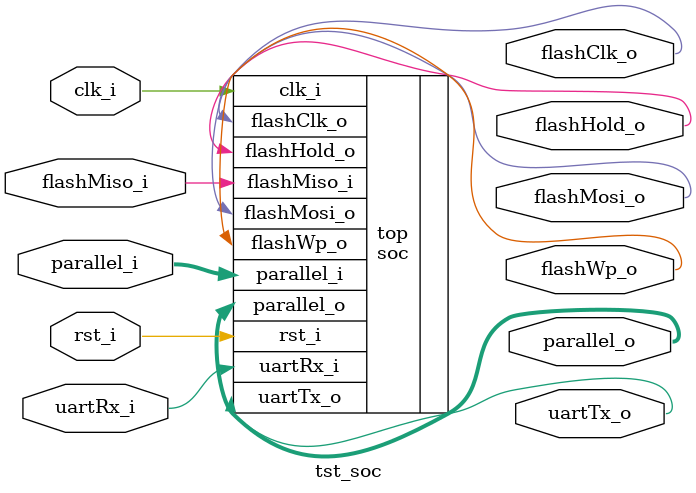
<source format=v>
`timescale 1ns/1ns

module tst_soc (
    input rst_i,
    input clk_i,
    input [31:0] parallel_i,
    output [31:0] parallel_o,
    output flashClk_o,
    output flashMosi_o,
    input flashMiso_i,
    output flashWp_o,
    output flashHold_o,
    output uartTx_o,
    input uartRx_i
);

soc top(
    .rst_i(rst_i),
    .clk_i(clk_i),
    .parallel_i(parallel_i),
    .parallel_o(parallel_o),
    .flashClk_o(flashClk_o),
    .flashMosi_o(flashMosi_o),
    .flashMiso_i(flashMiso_i),
    .flashWp_o(flashWp_o),
    .flashHold_o(flashHold_o),
    .uartTx_o(uartTx_o),
    .uartRx_i(uartRx_i)
);

initial begin
    $dumpfile("logs/vlt_dump.vcd");
    $dumpvars();
end

endmodule

</source>
